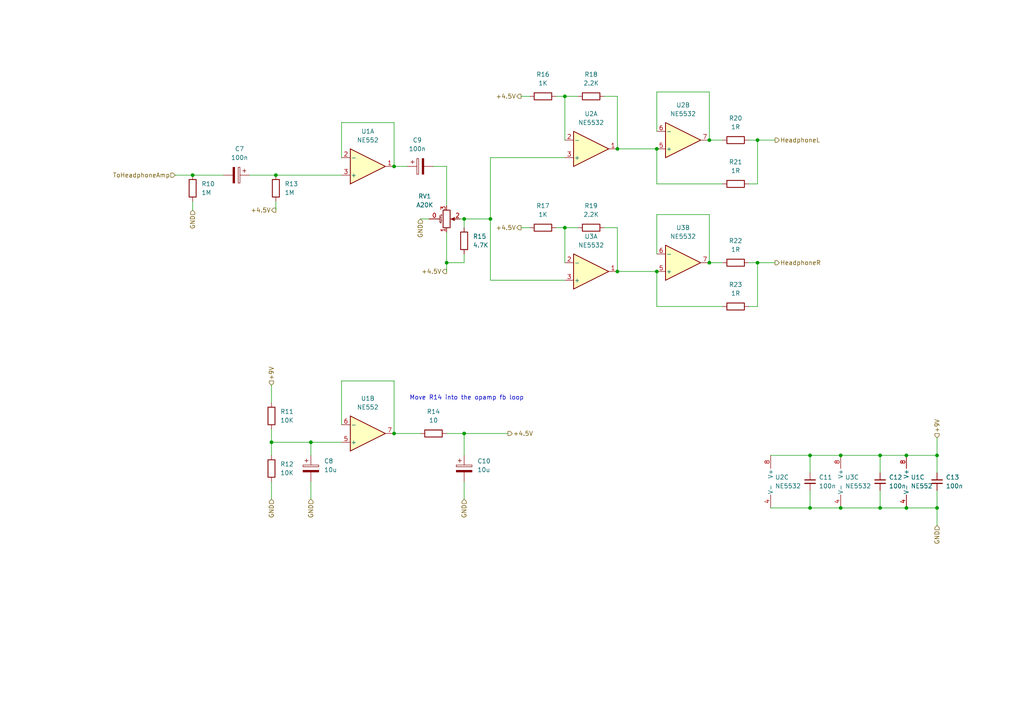
<source format=kicad_sch>
(kicad_sch (version 20211123) (generator eeschema)
  (paper "A4")
  (title_block (title "Protato") (rev "v1rev1") (company "Andrei Salomatin / Pedal Markt"))
  (lib_symbols
    (symbol "Amplifier_Operational:NE5532" (pin_names (offset 0.127))
      (property "Reference" "U" (at 0 5.08 0))
      (property "Value" "NE5532" (at 0 -5.08 0))
      (symbol "NE5532_1_1"
        (polyline (pts (xy -5.08 5.08) (xy 5.08 0) (xy -5.08 -5.08) (xy -5.08 5.08)) (stroke (width 0.254)) (fill (type background)))
        (pin output line (at 7.62 0 180) (length 2.54) (name "~") (number "1"))
        (pin input line (at -7.62 -2.54 0) (length 2.54) (name "-") (number "2"))
        (pin input line (at -7.62 2.54 0) (length 2.54) (name "+") (number "3"))
      )
      (symbol "NE5532_2_1"
        (polyline (pts (xy -5.08 5.08) (xy 5.08 0) (xy -5.08 -5.08) (xy -5.08 5.08)) (stroke (width 0.254)) (fill (type background)))
        (pin input line (at -7.62 2.54 0) (length 2.54) (name "+") (number "5"))
        (pin input line (at -7.62 -2.54 0) (length 2.54) (name "-") (number "6"))
        (pin output line (at 7.62 0 180) (length 2.54) (name "~") (number "7"))
      )
      (symbol "NE5532_3_1"
        (pin power_in line (at -2.54 -7.62 90) (length 3.81) (name "V-") (number "4"))
        (pin power_in line (at -2.54 7.62 270) (length 3.81) (name "V+") (number "8"))
      )
    )
    (symbol "Amplifier_Operational:TL072" (pin_names (offset 0.127))
      (property "Reference" "U" (at 0 5.08 0))
      (property "Value" "TL072" (at 0 -5.08 0))
      (symbol "TL072_1_1"
        (polyline (pts (xy -5.08 5.08) (xy 5.08 0) (xy -5.08 -5.08) (xy -5.08 5.08)) (stroke (width 0.254)) (fill (type background)))
        (pin output line (at 7.62 0 180) (length 2.54) (name "~") (number "1"))
        (pin input line (at -7.62 -2.54 0) (length 2.54) (name "-") (number "2"))
        (pin input line (at -7.62 2.54 0) (length 2.54) (name "+") (number "3"))
      )
      (symbol "TL072_2_1"
        (polyline (pts (xy -5.08 5.08) (xy 5.08 0) (xy -5.08 -5.08) (xy -5.08 5.08)) (stroke (width 0.254)) (fill (type background)))
        (pin input line (at -7.62 2.54 0) (length 2.54) (name "+") (number "5"))
        (pin input line (at -7.62 -2.54 0) (length 2.54) (name "-") (number "6"))
        (pin output line (at 7.62 0 180) (length 2.54) (name "~") (number "7"))
      )
      (symbol "TL072_3_1"
        (pin power_in line (at -2.54 -7.62 90) (length 3.81) (name "V-") (number "4"))
        (pin power_in line (at -2.54 7.62 270) (length 3.81) (name "V+") (number "8"))
      )
    )
    (symbol "Device:C_Polarized" (pin_numbers hide) (pin_names (offset 0.254))
      (property "Reference" "C" (at 0.635 2.54 0))
      (property "Value" "C_Polarized" (at 0.635 -2.54 0))
      (symbol "C_Polarized_0_1"
        (rectangle (start -2.286 0.508) (end 2.286 1.016))
        (polyline (pts (xy -1.778 2.286) (xy -0.762 2.286)))
        (polyline (pts (xy -1.27 2.794) (xy -1.27 1.778)))
        (rectangle (start 2.286 -0.508) (end -2.286 -1.016) (fill (type outline)))
      )
      (symbol "C_Polarized_1_1"
        (pin passive line (at 0 3.81 270) (length 2.794) (name "~") (number "1"))
        (pin passive line (at 0 -3.81 90) (length 2.794) (name "~") (number "2"))
      )
    )
    (symbol "Device:C_Small" (pin_numbers hide) (pin_names (offset 0.254) hide)
      (property "Reference" "C" (at 0.254 1.778 0))
      (property "Value" "C_Small" (at 0.254 -2.032 0))
      (symbol "C_Small_0_1"
        (polyline (pts (xy -1.524 -0.508) (xy 1.524 -0.508)) (stroke (width 0.3302)))
        (polyline (pts (xy -1.524 0.508) (xy 1.524 0.508)) (stroke (width 0.3048)))
      )
      (symbol "C_Small_1_1"
        (pin passive line (at 0 2.54 270) (length 2.032) (name "~") (number "1"))
        (pin passive line (at 0 -2.54 90) (length 2.032) (name "~") (number "2"))
      )
    )
    (symbol "Device:R" (pin_numbers hide) (pin_names (offset 0))
      (property "Reference" "R" (at 2.032 0 90))
      (property "Value" "R" (at 0 0 90))
      (symbol "R_0_1"
        (rectangle (start -1.016 -2.54) (end 1.016 2.54) (stroke (width 0.254)))
      )
      (symbol "R_1_1"
        (pin passive line (at 0 3.81 270) (length 1.27) (name "~") (number "1"))
        (pin passive line (at 0 -3.81 90) (length 1.27) (name "~") (number "2"))
      )
    )
    (symbol "Pots:R_Potentiometer_Shield" (pin_names (offset 1.016) hide)
      (property "Reference" "RV" (at -8.255 0 90))
      (property "Value" "R_Potentiometer_Shield" (at -6.35 0 90))
      (symbol "R_Potentiometer_Shield_0_1"
        (polyline (pts (xy 2.54 0) (xy 1.524 0)))
        (polyline (pts (xy 1.143 0) (xy 2.286 0.508) (xy 2.286 -0.508)) (fill (type outline)))
        (rectangle (start 1.016 2.54) (end -1.016 -2.54) (stroke (width 0.254)))
      )
      (symbol "R_Potentiometer_Shield_1_1"
        (polyline (pts (xy -2.032 1.016) (xy -2.032 -1.016)) (stroke (width 0.1524)))
        (text "Mounting" (at -1.651 0 900) (effects (font (size 0.381 0.381))))
        (pin passive line (at -5.08 0 0) (length 3.048) (name "ShieldPin") (number "0"))
        (pin passive line (at 0 3.81 270) (length 1.27) (name "1") (number "1"))
        (pin passive line (at 3.81 0 180) (length 1.27) (name "2") (number "2"))
        (pin passive line (at 0 -3.81 90) (length 1.27) (name "3") (number "3"))
      )
    )
  )
  (junction (at 179.07 78.74))
  (junction (at 190.5 43.18))
  (junction (at 243.84 147.32))
  (junction (at 134.62 63.5))
  (junction (at 234.95 147.32))
  (junction (at 255.27 147.32))
  (junction (at 129.54 76.2))
  (junction (at 243.84 132.08))
  (junction (at 190.5 78.74))
  (junction (at 262.89 132.08))
  (junction (at 205.74 40.64))
  (junction (at 219.71 76.2))
  (junction (at 80.01 50.8))
  (junction (at 163.83 66.04))
  (junction (at 271.78 147.32))
  (junction (at 219.71 40.64))
  (junction (at 234.95 132.08))
  (junction (at 90.17 128.27))
  (junction (at 114.3 48.26))
  (junction (at 262.89 147.32))
  (junction (at 134.62 125.73))
  (junction (at 179.07 43.18))
  (junction (at 205.74 76.2))
  (junction (at 163.83 27.94))
  (junction (at 142.24 63.5))
  (junction (at 55.88 50.8))
  (junction (at 271.78 132.08))
  (junction (at 78.74 128.27))
  (junction (at 255.27 132.08))
  (junction (at 114.3 125.73))
  (wire (pts (xy 255.27 132.08) (xy 255.27 137.16)))
  (wire (pts (xy 78.74 128.27) (xy 90.17 128.27)))
  (wire (pts (xy 190.5 62.23) (xy 205.74 62.23)))
  (wire (pts (xy 243.84 132.08) (xy 234.95 132.08)))
  (wire (pts (xy 179.07 27.94) (xy 179.07 43.18)))
  (wire (pts (xy 163.83 66.04) (xy 163.83 76.2)))
  (wire (pts (xy 190.5 88.9) (xy 190.5 78.74)))
  (wire (pts (xy 179.07 78.74) (xy 190.5 78.74)))
  (wire (pts (xy 114.3 125.73) (xy 121.92 125.73)))
  (wire (pts (xy 151.13 27.94) (xy 153.67 27.94)))
  (wire (pts (xy 129.54 67.31) (xy 129.54 76.2)))
  (wire (pts (xy 217.17 88.9) (xy 219.71 88.9)))
  (wire (pts (xy 175.26 27.94) (xy 179.07 27.94)))
  (wire (pts (xy 80.01 50.8) (xy 99.06 50.8)))
  (wire (pts (xy 90.17 139.7) (xy 90.17 144.78)))
  (wire (pts (xy 99.06 123.19) (xy 99.06 110.49)))
  (wire (pts (xy 179.07 66.04) (xy 179.07 78.74)))
  (wire (pts (xy 271.78 142.24) (xy 271.78 147.32)))
  (wire (pts (xy 271.78 147.32) (xy 271.78 152.4)))
  (wire (pts (xy 190.5 26.67) (xy 205.74 26.67)))
  (wire (pts (xy 219.71 76.2) (xy 224.79 76.2)))
  (wire (pts (xy 262.89 147.32) (xy 271.78 147.32)))
  (wire (pts (xy 219.71 40.64) (xy 219.71 53.34)))
  (wire (pts (xy 255.27 142.24) (xy 255.27 147.32)))
  (wire (pts (xy 217.17 40.64) (xy 219.71 40.64)))
  (wire (pts (xy 271.78 132.08) (xy 271.78 137.16)))
  (wire (pts (xy 134.62 63.5) (xy 142.24 63.5)))
  (wire (pts (xy 134.62 139.7) (xy 134.62 144.78)))
  (wire (pts (xy 114.3 110.49) (xy 114.3 125.73)))
  (wire (pts (xy 78.74 139.7) (xy 78.74 144.78)))
  (wire (pts (xy 217.17 53.34) (xy 219.71 53.34)))
  (wire (pts (xy 271.78 127) (xy 271.78 132.08)))
  (wire (pts (xy 90.17 128.27) (xy 90.17 132.08)))
  (wire (pts (xy 163.83 81.28) (xy 142.24 81.28)))
  (wire (pts (xy 205.74 40.64) (xy 209.55 40.64)))
  (wire (pts (xy 78.74 128.27) (xy 78.74 132.08)))
  (wire (pts (xy 55.88 58.42) (xy 55.88 60.96)))
  (wire (pts (xy 234.95 147.32) (xy 243.84 147.32)))
  (wire (pts (xy 129.54 125.73) (xy 134.62 125.73)))
  (wire (pts (xy 209.55 88.9) (xy 190.5 88.9)))
  (wire (pts (xy 223.52 132.08) (xy 234.95 132.08)))
  (wire (pts (xy 151.13 66.04) (xy 153.67 66.04)))
  (wire (pts (xy 161.29 66.04) (xy 163.83 66.04)))
  (wire (pts (xy 142.24 45.72) (xy 163.83 45.72)))
  (wire (pts (xy 114.3 48.26) (xy 118.11 48.26)))
  (wire (pts (xy 190.5 43.18) (xy 190.5 53.34)))
  (wire (pts (xy 121.92 63.5) (xy 124.46 63.5)))
  (wire (pts (xy 190.5 53.34) (xy 209.55 53.34)))
  (wire (pts (xy 78.74 111.76) (xy 78.74 116.84)))
  (wire (pts (xy 262.89 132.08) (xy 271.78 132.08)))
  (wire (pts (xy 163.83 66.04) (xy 167.64 66.04)))
  (wire (pts (xy 205.74 76.2) (xy 209.55 76.2)))
  (wire (pts (xy 234.95 142.24) (xy 234.95 147.32)))
  (wire (pts (xy 179.07 43.18) (xy 190.5 43.18)))
  (wire (pts (xy 219.71 76.2) (xy 217.17 76.2)))
  (wire (pts (xy 99.06 45.72) (xy 99.06 35.56)))
  (wire (pts (xy 255.27 147.32) (xy 243.84 147.32)))
  (wire (pts (xy 55.88 50.8) (xy 64.77 50.8)))
  (wire (pts (xy 129.54 76.2) (xy 129.54 78.74)))
  (wire (pts (xy 234.95 132.08) (xy 234.95 137.16)))
  (wire (pts (xy 255.27 147.32) (xy 262.89 147.32)))
  (wire (pts (xy 219.71 40.64) (xy 224.79 40.64)))
  (wire (pts (xy 219.71 88.9) (xy 219.71 76.2)))
  (wire (pts (xy 190.5 38.1) (xy 190.5 26.67)))
  (wire (pts (xy 243.84 132.08) (xy 255.27 132.08)))
  (wire (pts (xy 134.62 63.5) (xy 134.62 66.04)))
  (wire (pts (xy 78.74 124.46) (xy 78.74 128.27)))
  (wire (pts (xy 163.83 27.94) (xy 167.64 27.94)))
  (wire (pts (xy 161.29 27.94) (xy 163.83 27.94)))
  (wire (pts (xy 163.83 40.64) (xy 163.83 27.94)))
  (wire (pts (xy 99.06 110.49) (xy 114.3 110.49)))
  (wire (pts (xy 255.27 132.08) (xy 262.89 132.08)))
  (wire (pts (xy 134.62 125.73) (xy 134.62 132.08)))
  (wire (pts (xy 190.5 73.66) (xy 190.5 62.23)))
  (wire (pts (xy 129.54 59.69) (xy 129.54 48.26)))
  (wire (pts (xy 133.35 63.5) (xy 134.62 63.5)))
  (wire (pts (xy 223.52 147.32) (xy 234.95 147.32)))
  (wire (pts (xy 142.24 81.28) (xy 142.24 63.5)))
  (wire (pts (xy 175.26 66.04) (xy 179.07 66.04)))
  (wire (pts (xy 134.62 76.2) (xy 129.54 76.2)))
  (wire (pts (xy 50.8 50.8) (xy 55.88 50.8)))
  (wire (pts (xy 72.39 50.8) (xy 80.01 50.8)))
  (wire (pts (xy 99.06 35.56) (xy 114.3 35.56)))
  (wire (pts (xy 205.74 62.23) (xy 205.74 76.2)))
  (wire (pts (xy 80.01 58.42) (xy 80.01 60.96)))
  (wire (pts (xy 205.74 26.67) (xy 205.74 40.64)))
  (wire (pts (xy 114.3 35.56) (xy 114.3 48.26)))
  (wire (pts (xy 134.62 73.66) (xy 134.62 76.2)))
  (wire (pts (xy 125.73 48.26) (xy 129.54 48.26)))
  (wire (pts (xy 134.62 125.73) (xy 147.32 125.73)))
  (wire (pts (xy 90.17 128.27) (xy 99.06 128.27)))
  (wire (pts (xy 142.24 63.5) (xy 142.24 45.72)))
  (text "Move R14 into the opamp fb loop" (at 118.745 116.205 0) (effects (font (size 1.27 1.27)) (justify left bottom)))
  (hierarchical_label "+9V" (shape input) (at 78.74 111.76 90))
  (hierarchical_label "GND" (shape input) (at 78.74 144.78 270))
  (hierarchical_label "+4.5V" (shape output) (at 151.13 66.04 180))
  (hierarchical_label "GND" (shape input) (at 134.62 144.78 270))
  (hierarchical_label "GND" (shape input) (at 271.78 152.4 270))
  (hierarchical_label "+4.5V" (shape output) (at 147.32 125.73 0))
  (hierarchical_label "GND" (shape input) (at 55.88 60.96 270))
  (hierarchical_label "HeadphoneL" (shape output) (at 224.79 40.64 0))
  (hierarchical_label "+4.5V" (shape output) (at 80.01 60.96 180))
  (hierarchical_label "ToHeadphoneAmp" (shape input) (at 50.8 50.8 180))
  (hierarchical_label "GND" (shape input) (at 90.17 144.78 270))
  (hierarchical_label "+9V" (shape input) (at 271.78 127 90))
  (hierarchical_label "+4.5V" (shape output) (at 129.54 78.74 180))
  (hierarchical_label "+4.5V" (shape output) (at 151.13 27.94 180))
  (hierarchical_label "HeadphoneR" (shape output) (at 224.79 76.2 0))
  (hierarchical_label "GND" (shape input) (at 121.92 63.5 270))
  (symbol (lib_id "Device:R") (at 157.48 66.04 90) (unit 1)
    (property "Reference" "R17" (at 157.48 59.69 90))
    (property "Value" "1K" (at 157.48 62.23 90))
    (property "Footprint" "Resistor_SMD:R_0603_1608Metric_Pad0.98x0.95mm_HandSolder" (effects hide))
    (property "LCSC" "C21190" (effects hide))
  )
  (symbol (lib_id "Device:R") (at 55.88 54.61 0) (unit 1)
    (property "Reference" "R10" (at 58.42 53.3399 0) (effects (justify left)))
    (property "Value" "1M" (at 58.42 55.8799 0) (effects (justify left)))
    (property "Footprint" "Resistor_SMD:R_0603_1608Metric_Pad0.98x0.95mm_HandSolder" (effects hide))
    (property "LCSC" "C105578" (effects hide))
  )
  (symbol (lib_id "Device:C_Small") (at 255.27 139.7 0) (unit 1)
    (property "Reference" "C12" (at 257.81 138.4362 0) (effects (justify left)))
    (property "Value" "100n" (at 257.81 140.9762 0) (effects (justify left)))
    (property "Footprint" "Capacitor_SMD:C_0603_1608Metric_Pad1.08x0.95mm_HandSolder" (effects hide))
    (property "LCSC" "C497032" (effects hide))
  )
  (symbol (lib_id "Device:R") (at 80.01 54.61 0) (unit 1)
    (property "Reference" "R13" (at 82.55 53.3399 0) (effects (justify left)))
    (property "Value" "1M" (at 82.55 55.8799 0) (effects (justify left)))
    (property "Footprint" "Resistor_SMD:R_0603_1608Metric_Pad0.98x0.95mm_HandSolder" (effects hide))
    (property "LCSC" "C105578" (effects hide))
  )
  (symbol (lib_id "Device:R") (at 134.62 69.85 0) (unit 1)
    (property "Reference" "R15" (at 137.16 68.5799 0) (effects (justify left)))
    (property "Value" "4.7K" (at 137.16 71.1199 0) (effects (justify left)))
    (property "Footprint" "Resistor_SMD:R_0603_1608Metric_Pad0.98x0.95mm_HandSolder" (effects hide))
    (property "LCSC" "C23162" (effects hide))
  )
  (symbol (lib_id "Amplifier_Operational:TL072") (at 265.43 139.7 0) (unit 3)
    (property "Reference" "U1" (at 264.16 138.4299 0) (effects (justify left)))
    (property "Value" "NE552" (at 264.16 140.9699 0) (effects (justify left)))
    (property "Footprint" "Package_SO:SOIC-8_3.9x4.9mm_P1.27mm" (effects hide))
    (property "Datasheet" "http://www.ti.com/lit/ds/symlink/tl071.pdf" (effects hide))
    (property "LCSC" "C7426" (effects hide))
  )
  (symbol (lib_id "Device:C_Small") (at 271.78 139.7 0) (unit 1)
    (property "Reference" "C13" (at 274.32 138.4362 0) (effects (justify left)))
    (property "Value" "100n" (at 274.32 140.9762 0) (effects (justify left)))
    (property "Footprint" "Capacitor_SMD:C_0603_1608Metric_Pad1.08x0.95mm_HandSolder" (effects hide))
    (property "LCSC" "C497032" (effects hide))
  )
  (symbol (lib_id "Device:C_Polarized") (at 134.62 135.89 0) (unit 1)
    (property "Reference" "C10" (at 138.43 133.7309 0) (effects (justify left)))
    (property "Value" "10u" (at 138.43 136.2709 0) (effects (justify left)))
    (property "Footprint" "Capacitor_SMD:CP_Elec_4x5.4" (effects hide))
    (property "LCSC" "C240540" (effects hide))
  )
  (symbol (lib_id "Amplifier_Operational:NE5532") (at 246.38 139.7 0) (unit 3)
    (property "Reference" "U3" (at 245.11 138.4299 0) (effects (justify left)))
    (property "Value" "NE5532" (at 245.11 140.9699 0) (effects (justify left)))
    (property "Footprint" "Package_SO:SOIC-8_3.9x4.9mm_P1.27mm" (effects hide))
    (property "Datasheet" "http://www.ti.com/lit/ds/symlink/ne5532.pdf" (effects hide))
    (property "LCSC" "C7426" (effects hide))
  )
  (symbol (lib_id "Device:R") (at 125.73 125.73 90) (unit 1)
    (property "Reference" "R14" (at 125.73 119.38 90))
    (property "Value" "10" (at 125.73 121.92 90))
    (property "Footprint" "Resistor_SMD:R_0603_1608Metric_Pad0.98x0.95mm_HandSolder" (effects hide))
    (property "LCSC" "C22859" (effects hide))
  )
  (symbol (lib_id "Amplifier_Operational:NE5532") (at 226.06 139.7 0) (unit 3)
    (property "Reference" "U2" (at 224.79 138.4299 0) (effects (justify left)))
    (property "Value" "NE5532" (at 224.79 140.9699 0) (effects (justify left)))
    (property "Footprint" "Package_SO:SOIC-8_3.9x4.9mm_P1.27mm" (effects hide))
    (property "Datasheet" "http://www.ti.com/lit/ds/symlink/ne5532.pdf" (effects hide))
    (property "LCSC" "C7426" (effects hide))
  )
  (symbol (lib_id "Device:C_Polarized") (at 121.92 48.26 90) (mirror x) (unit 1)
    (property "Reference" "C9" (at 121.031 40.64 90))
    (property "Value" "100n" (at 121.031 43.18 90))
    (property "Footprint" "Capacitor_SMD:CP_Elec_4x5.4" (effects hide))
    (property "LCSC" "C271438" (effects hide))
  )
  (symbol (lib_id "Device:R") (at 171.45 27.94 90) (unit 1)
    (property "Reference" "R18" (at 171.45 21.59 90))
    (property "Value" "2.2K" (at 171.45 24.13 90))
    (property "Footprint" "Resistor_SMD:R_0603_1608Metric_Pad0.98x0.95mm_HandSolder" (effects hide))
    (property "LCSC" "C4190" (effects hide))
  )
  (symbol (lib_id "Amplifier_Operational:NE5532") (at 198.12 40.64 0) (mirror x) (unit 2)
    (property "Reference" "U2" (at 198.12 30.48 0))
    (property "Value" "NE5532" (at 198.12 33.02 0))
    (property "Footprint" "Package_SO:SOIC-8_3.9x4.9mm_P1.27mm" (effects hide))
    (property "Datasheet" "http://www.ti.com/lit/ds/symlink/ne5532.pdf" (effects hide))
    (property "LCSC" "C7426" (effects hide))
  )
  (symbol (lib_id "Device:R") (at 78.74 135.89 0) (unit 1)
    (property "Reference" "R12" (at 81.28 134.6199 0) (effects (justify left)))
    (property "Value" "10K" (at 81.28 137.1599 0) (effects (justify left)))
    (property "Footprint" "Resistor_SMD:R_0603_1608Metric_Pad0.98x0.95mm_HandSolder" (effects hide))
    (property "LCSC" "C25804" (effects hide))
  )
  (symbol (lib_id "Device:C_Polarized") (at 68.58 50.8 270) (unit 1)
    (property "Reference" "C7" (at 69.469 43.18 90))
    (property "Value" "100n" (at 69.469 45.72 90))
    (property "Footprint" "Capacitor_SMD:CP_Elec_4x5.4" (effects hide))
    (property "LCSC" "C271438" (effects hide))
  )
  (symbol (lib_id "Device:R") (at 213.36 88.9 90) (unit 1)
    (property "Reference" "R23" (at 213.36 82.55 90))
    (property "Value" "1R" (at 213.36 85.09 90))
    (property "Footprint" "Resistor_SMD:R_0603_1608Metric_Pad0.98x0.95mm_HandSolder" (effects hide))
    (property "LCSC" "C22936" (effects hide))
  )
  (symbol (lib_id "Amplifier_Operational:NE5532") (at 171.45 43.18 0) (mirror x) (unit 1)
    (property "Reference" "U2" (at 171.45 33.02 0))
    (property "Value" "NE5532" (at 171.45 35.56 0))
    (property "Footprint" "Package_SO:SOIC-8_3.9x4.9mm_P1.27mm" (effects hide))
    (property "Datasheet" "http://www.ti.com/lit/ds/symlink/ne5532.pdf" (effects hide))
    (property "LCSC" "C7426" (effects hide))
  )
  (symbol (lib_id "Device:R") (at 157.48 27.94 90) (unit 1)
    (property "Reference" "R16" (at 157.48 21.59 90))
    (property "Value" "1K" (at 157.48 24.13 90))
    (property "Footprint" "Resistor_SMD:R_0603_1608Metric_Pad0.98x0.95mm_HandSolder" (effects hide))
    (property "LCSC" "C21190" (effects hide))
  )
  (symbol (lib_id "Amplifier_Operational:TL072") (at 106.68 48.26 0) (mirror x) (unit 1)
    (property "Reference" "U1" (at 106.68 38.1 0))
    (property "Value" "NE552" (at 106.68 40.64 0))
    (property "Footprint" "Package_SO:SOIC-8_3.9x4.9mm_P1.27mm" (effects hide))
    (property "Datasheet" "http://www.ti.com/lit/ds/symlink/tl071.pdf" (effects hide))
    (property "LCSC" "C7426" (effects hide))
  )
  (symbol (lib_id "Amplifier_Operational:TL072") (at 106.68 125.73 0) (mirror x) (unit 2)
    (property "Reference" "U1" (at 106.68 115.57 0))
    (property "Value" "NE552" (at 106.68 118.11 0))
    (property "Footprint" "Package_SO:SOIC-8_3.9x4.9mm_P1.27mm" (effects hide))
    (property "Datasheet" "http://www.ti.com/lit/ds/symlink/tl071.pdf" (effects hide))
    (property "LCSC" "C7426" (effects hide))
  )
  (symbol (lib_id "Device:R") (at 171.45 66.04 90) (unit 1)
    (property "Reference" "R19" (at 171.45 59.69 90))
    (property "Value" "2.2K" (at 171.45 62.23 90))
    (property "Footprint" "Resistor_SMD:R_0603_1608Metric_Pad0.98x0.95mm_HandSolder" (effects hide))
    (property "LCSC" "C4190" (effects hide))
  )
  (symbol (lib_id "Device:R") (at 213.36 40.64 90) (unit 1)
    (property "Reference" "R20" (at 213.36 34.29 90))
    (property "Value" "1R" (at 213.36 36.83 90))
    (property "Footprint" "Resistor_SMD:R_0603_1608Metric_Pad0.98x0.95mm_HandSolder" (effects hide))
    (property "LCSC" "C22936" (effects hide))
  )
  (symbol (lib_id "Pots:R_Potentiometer_Shield") (at 129.54 63.5 0) (mirror x) (unit 1)
    (property "Reference" "RV1" (at 123.19 56.9212 0))
    (property "Value" "A20K" (at 123.19 59.4612 0))
    (property "Footprint" "R0904NB10KL-25KQ:V3_TRIM_R0904NB10KL-Keepout" (effects hide))
  )
  (symbol (lib_id "Device:R") (at 78.74 120.65 0) (unit 1)
    (property "Reference" "R11" (at 81.28 119.3799 0) (effects (justify left)))
    (property "Value" "10K" (at 81.28 121.9199 0) (effects (justify left)))
    (property "Footprint" "Resistor_SMD:R_0603_1608Metric_Pad0.98x0.95mm_HandSolder" (effects hide))
    (property "LCSC" "C25804" (effects hide))
  )
  (symbol (lib_id "Device:C_Polarized") (at 90.17 135.89 0) (unit 1)
    (property "Reference" "C8" (at 93.98 133.7309 0) (effects (justify left)))
    (property "Value" "10u" (at 93.98 136.2709 0) (effects (justify left)))
    (property "Footprint" "Capacitor_SMD:CP_Elec_4x5.4" (effects hide))
    (property "Mouser" "710-865080340001" (effects hide))
    (property "LCSC" "C240540" (effects hide))
  )
  (symbol (lib_id "Amplifier_Operational:NE5532") (at 171.45 78.74 0) (mirror x) (unit 1)
    (property "Reference" "U3" (at 171.45 68.58 0))
    (property "Value" "NE5532" (at 171.45 71.12 0))
    (property "Footprint" "Package_SO:SOIC-8_3.9x4.9mm_P1.27mm" (effects hide))
    (property "Datasheet" "http://www.ti.com/lit/ds/symlink/ne5532.pdf" (effects hide))
    (property "LCSC" "C7426" (effects hide))
  )
  (symbol (lib_id "Amplifier_Operational:NE5532") (at 198.12 76.2 0) (mirror x) (unit 2)
    (property "Reference" "U3" (at 198.12 66.04 0))
    (property "Value" "NE5532" (at 198.12 68.58 0))
    (property "Footprint" "Package_SO:SOIC-8_3.9x4.9mm_P1.27mm" (effects hide))
    (property "Datasheet" "http://www.ti.com/lit/ds/symlink/ne5532.pdf" (effects hide))
    (property "LCSC" "C7426" (effects hide))
  )
  (symbol (lib_id "Device:R") (at 213.36 53.34 90) (unit 1)
    (property "Reference" "R21" (at 213.36 46.99 90))
    (property "Value" "1R" (at 213.36 49.53 90))
    (property "Footprint" "Resistor_SMD:R_0603_1608Metric_Pad0.98x0.95mm_HandSolder" (effects hide))
    (property "LCSC" "C22936" (effects hide))
  )
  (symbol (lib_id "Device:C_Small") (at 234.95 139.7 0) (unit 1)
    (property "Reference" "C11" (at 237.49 138.4362 0) (effects (justify left)))
    (property "Value" "100n" (at 237.49 140.9762 0) (effects (justify left)))
    (property "Footprint" "Capacitor_SMD:C_0603_1608Metric_Pad1.08x0.95mm_HandSolder" (effects hide))
    (property "LCSC" "C497032" (effects hide))
  )
  (symbol (lib_id "Device:R") (at 213.36 76.2 90) (unit 1)
    (property "Reference" "R22" (at 213.36 69.85 90))
    (property "Value" "1R" (at 213.36 72.39 90))
    (property "Footprint" "Resistor_SMD:R_0603_1608Metric_Pad0.98x0.95mm_HandSolder" (effects hide))
    (property "LCSC" "C22936" (effects hide))
  )
)
</source>
